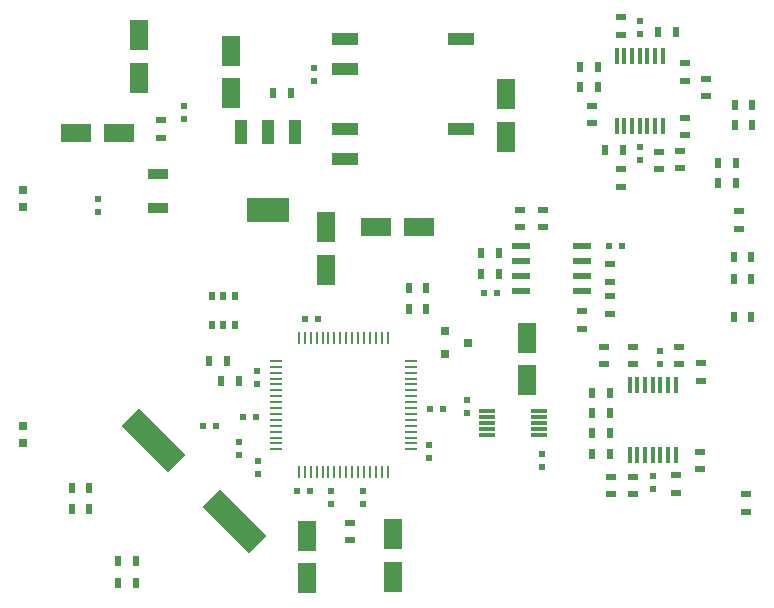
<source format=gbr>
G04 #@! TF.FileFunction,Paste,Top*
%FSLAX46Y46*%
G04 Gerber Fmt 4.6, Leading zero omitted, Abs format (unit mm)*
G04 Created by KiCad (PCBNEW 4.0.2-stable) date 2016-08-13 10:38.46*
%MOMM*%
G01*
G04 APERTURE LIST*
%ADD10C,0.100000*%
%ADD11R,0.900000X0.500000*%
%ADD12R,3.657600X2.032000*%
%ADD13R,1.016000X2.032000*%
%ADD14R,0.500000X0.600000*%
%ADD15R,0.600000X0.500000*%
%ADD16R,0.797560X0.797560*%
%ADD17R,1.700000X0.900000*%
%ADD18R,0.500000X0.900000*%
%ADD19R,0.550000X0.800000*%
%ADD20R,0.800100X0.800100*%
%ADD21R,2.200000X1.000000*%
%ADD22R,1.400000X0.300000*%
%ADD23R,0.450000X1.450000*%
%ADD24R,1.550000X0.600000*%
%ADD25R,0.250000X1.000000*%
%ADD26R,1.000000X0.250000*%
%ADD27R,2.600960X1.600200*%
%ADD28R,1.600200X2.600960*%
G04 APERTURE END LIST*
D10*
D11*
X150800000Y-126550000D03*
X150800000Y-128050000D03*
D12*
X121800000Y-122002000D03*
D13*
X121800000Y-115398000D03*
X119514000Y-115398000D03*
X124086000Y-115398000D03*
D14*
X107400000Y-122150000D03*
X107400000Y-121050000D03*
X114700000Y-114250000D03*
X114700000Y-113150000D03*
X125700000Y-111050000D03*
X125700000Y-109950000D03*
X145000000Y-142650000D03*
X145000000Y-143750000D03*
X138700000Y-138050000D03*
X138700000Y-139150000D03*
X154400000Y-145600000D03*
X154400000Y-144500000D03*
X155050000Y-133900000D03*
X155050000Y-135000000D03*
X153300000Y-117750000D03*
X153300000Y-116650000D03*
D15*
X140150000Y-129000000D03*
X141250000Y-129000000D03*
X151800000Y-125000000D03*
X150700000Y-125000000D03*
D14*
X153300000Y-105950000D03*
X153300000Y-107050000D03*
D15*
X135550000Y-138800000D03*
X136650000Y-138800000D03*
D14*
X120900000Y-136750000D03*
X120900000Y-135650000D03*
D15*
X126050000Y-131200000D03*
X124950000Y-131200000D03*
D14*
X129900000Y-145750000D03*
X129900000Y-146850000D03*
D15*
X120850000Y-139500000D03*
X119750000Y-139500000D03*
D14*
X127200000Y-145750000D03*
X127200000Y-146850000D03*
X135500000Y-141850000D03*
X135500000Y-142950000D03*
X121000000Y-143250000D03*
X121000000Y-144350000D03*
X119400000Y-142750000D03*
X119400000Y-141650000D03*
D15*
X117450000Y-140300000D03*
X116350000Y-140300000D03*
X124250000Y-145800000D03*
X125350000Y-145800000D03*
D16*
X101100000Y-121749300D03*
X101100000Y-120250700D03*
X101100000Y-140250700D03*
X101100000Y-141749300D03*
D17*
X112550000Y-121800000D03*
X112550000Y-118900000D03*
D11*
X112800000Y-115850000D03*
X112800000Y-114350000D03*
D18*
X122250000Y-112100000D03*
X123750000Y-112100000D03*
D11*
X128750000Y-148450000D03*
X128750000Y-149950000D03*
D18*
X117850000Y-136500000D03*
X119350000Y-136500000D03*
X118350000Y-134800000D03*
X116850000Y-134800000D03*
X162850000Y-113100000D03*
X161350000Y-113100000D03*
X162850000Y-114800000D03*
X161350000Y-114800000D03*
X161450000Y-118000000D03*
X159950000Y-118000000D03*
X161450000Y-119700000D03*
X159950000Y-119700000D03*
D11*
X161700000Y-122050000D03*
X161700000Y-123550000D03*
D18*
X162750000Y-126000000D03*
X161250000Y-126000000D03*
X162750000Y-127800000D03*
X161250000Y-127800000D03*
X162750000Y-131000000D03*
X161250000Y-131000000D03*
D11*
X162300000Y-147550000D03*
X162300000Y-146050000D03*
D18*
X133750000Y-130400000D03*
X135250000Y-130400000D03*
X133750000Y-128600000D03*
X135250000Y-128600000D03*
X139850000Y-127400000D03*
X141350000Y-127400000D03*
X141350000Y-125600000D03*
X139850000Y-125600000D03*
X150750000Y-137500000D03*
X149250000Y-137500000D03*
X150750000Y-140900000D03*
X149250000Y-140900000D03*
D11*
X152700000Y-135050000D03*
X152700000Y-133550000D03*
X156400000Y-144450000D03*
X156400000Y-145950000D03*
X150300000Y-135050000D03*
X150300000Y-133550000D03*
X158400000Y-142450000D03*
X158400000Y-143950000D03*
X143200000Y-123450000D03*
X143200000Y-121950000D03*
X145100000Y-121950000D03*
X145100000Y-123450000D03*
D18*
X150750000Y-139200000D03*
X149250000Y-139200000D03*
X150750000Y-142600000D03*
X149250000Y-142600000D03*
D11*
X152700000Y-144550000D03*
X152700000Y-146050000D03*
X156650000Y-135050000D03*
X156650000Y-133550000D03*
X150900000Y-144550000D03*
X150900000Y-146050000D03*
X158450000Y-136450000D03*
X158450000Y-134950000D03*
X148400000Y-130550000D03*
X148400000Y-132050000D03*
X150800000Y-130750000D03*
X150800000Y-129250000D03*
X149300000Y-114650000D03*
X149300000Y-113150000D03*
D18*
X149750000Y-109900000D03*
X148250000Y-109900000D03*
X149750000Y-111600000D03*
X148250000Y-111600000D03*
D11*
X151700000Y-118550000D03*
X151700000Y-120050000D03*
D18*
X156350000Y-106900000D03*
X154850000Y-106900000D03*
X150350000Y-116900000D03*
X151850000Y-116900000D03*
D11*
X157100000Y-111050000D03*
X157100000Y-109550000D03*
X156700000Y-116950000D03*
X156700000Y-118450000D03*
X151700000Y-107150000D03*
X151700000Y-105650000D03*
X154900000Y-117050000D03*
X154900000Y-118550000D03*
X158900000Y-112350000D03*
X158900000Y-110850000D03*
X157100000Y-114150000D03*
X157100000Y-115650000D03*
D18*
X110650000Y-153550000D03*
X109150000Y-153550000D03*
X110650000Y-151700000D03*
X109150000Y-151700000D03*
X106700000Y-147300000D03*
X105200000Y-147300000D03*
X106700000Y-145500000D03*
X105200000Y-145500000D03*
D19*
X117100000Y-129300000D03*
X118050000Y-129300000D03*
X119000000Y-129300000D03*
X119000000Y-131700000D03*
X118050000Y-131700000D03*
X117100000Y-131700000D03*
D20*
X136799240Y-132250000D03*
X136799240Y-134150000D03*
X138798220Y-133200000D03*
D21*
X128340000Y-117700000D03*
X128340000Y-115160000D03*
X128340000Y-110080000D03*
X128340000Y-107540000D03*
X138160000Y-115160000D03*
X138160000Y-107540000D03*
D22*
X144800000Y-141000000D03*
X144800000Y-140500000D03*
X144800000Y-140000000D03*
X144800000Y-139500000D03*
X144800000Y-139000000D03*
X140400000Y-139000000D03*
X140400000Y-139500000D03*
X140400000Y-140000000D03*
X140400000Y-140500000D03*
X140400000Y-141000000D03*
D23*
X152450000Y-142700000D03*
X153100000Y-142700000D03*
X153750000Y-142700000D03*
X154400000Y-142700000D03*
X155050000Y-142700000D03*
X155700000Y-142700000D03*
X156350000Y-142700000D03*
X156350000Y-136800000D03*
X155700000Y-136800000D03*
X155050000Y-136800000D03*
X154400000Y-136800000D03*
X153750000Y-136800000D03*
X153100000Y-136800000D03*
X152450000Y-136800000D03*
D24*
X143250000Y-125045000D03*
X143250000Y-126315000D03*
X143250000Y-127585000D03*
X143250000Y-128855000D03*
X148400000Y-128855000D03*
X148400000Y-127585000D03*
X148400000Y-126315000D03*
X148400000Y-125045000D03*
D23*
X151350000Y-114850000D03*
X152000000Y-114850000D03*
X152650000Y-114850000D03*
X153300000Y-114850000D03*
X153950000Y-114850000D03*
X154600000Y-114850000D03*
X155250000Y-114850000D03*
X155250000Y-108950000D03*
X154600000Y-108950000D03*
X153950000Y-108950000D03*
X153300000Y-108950000D03*
X152650000Y-108950000D03*
X152000000Y-108950000D03*
X151350000Y-108950000D03*
D25*
X124450000Y-144200000D03*
X124950000Y-144200000D03*
X125450000Y-144200000D03*
X125950000Y-144200000D03*
X126450000Y-144200000D03*
X126950000Y-144200000D03*
X127450000Y-144200000D03*
X127950000Y-144200000D03*
X128450000Y-144200000D03*
X128950000Y-144200000D03*
X129450000Y-144200000D03*
X129950000Y-144200000D03*
X130450000Y-144200000D03*
X130950000Y-144200000D03*
X131450000Y-144200000D03*
X131950000Y-144200000D03*
D26*
X133900000Y-142250000D03*
X133900000Y-141750000D03*
X133900000Y-141250000D03*
X133900000Y-140750000D03*
X133900000Y-140250000D03*
X133900000Y-139750000D03*
X133900000Y-139250000D03*
X133900000Y-138750000D03*
X133900000Y-138250000D03*
X133900000Y-137750000D03*
X133900000Y-137250000D03*
X133900000Y-136750000D03*
X133900000Y-136250000D03*
X133900000Y-135750000D03*
X133900000Y-135250000D03*
X133900000Y-134750000D03*
D25*
X131950000Y-132800000D03*
X131450000Y-132800000D03*
X130950000Y-132800000D03*
X130450000Y-132800000D03*
X129950000Y-132800000D03*
X129450000Y-132800000D03*
X128950000Y-132800000D03*
X128450000Y-132800000D03*
X127950000Y-132800000D03*
X127450000Y-132800000D03*
X126950000Y-132800000D03*
X126450000Y-132800000D03*
X125950000Y-132800000D03*
X125450000Y-132800000D03*
X124950000Y-132800000D03*
X124450000Y-132800000D03*
D26*
X122500000Y-134750000D03*
X122500000Y-135250000D03*
X122500000Y-135750000D03*
X122500000Y-136250000D03*
X122500000Y-136750000D03*
X122500000Y-137250000D03*
X122500000Y-137750000D03*
X122500000Y-138250000D03*
X122500000Y-138750000D03*
X122500000Y-139250000D03*
X122500000Y-139750000D03*
X122500000Y-140250000D03*
X122500000Y-140750000D03*
X122500000Y-141250000D03*
X122500000Y-141750000D03*
X122500000Y-142250000D03*
D10*
G36*
X121701476Y-149566141D02*
X120216141Y-151051476D01*
X116255848Y-147091183D01*
X117741183Y-145605848D01*
X121701476Y-149566141D01*
X121701476Y-149566141D01*
G37*
G36*
X114844152Y-142708817D02*
X113358817Y-144194152D01*
X109398524Y-140233859D01*
X110883859Y-138748524D01*
X114844152Y-142708817D01*
X114844152Y-142708817D01*
G37*
D27*
X109200860Y-115500000D03*
X105599140Y-115500000D03*
D28*
X110900000Y-110800860D03*
X110900000Y-107199140D03*
X118700000Y-112100860D03*
X118700000Y-108499140D03*
X142000000Y-115800860D03*
X142000000Y-112199140D03*
D27*
X130999140Y-123400000D03*
X134600860Y-123400000D03*
D28*
X143750000Y-136400860D03*
X143750000Y-132799140D03*
X126700000Y-127050860D03*
X126700000Y-123449140D03*
X132450000Y-149449140D03*
X132450000Y-153050860D03*
X125150000Y-149549140D03*
X125150000Y-153150860D03*
M02*

</source>
